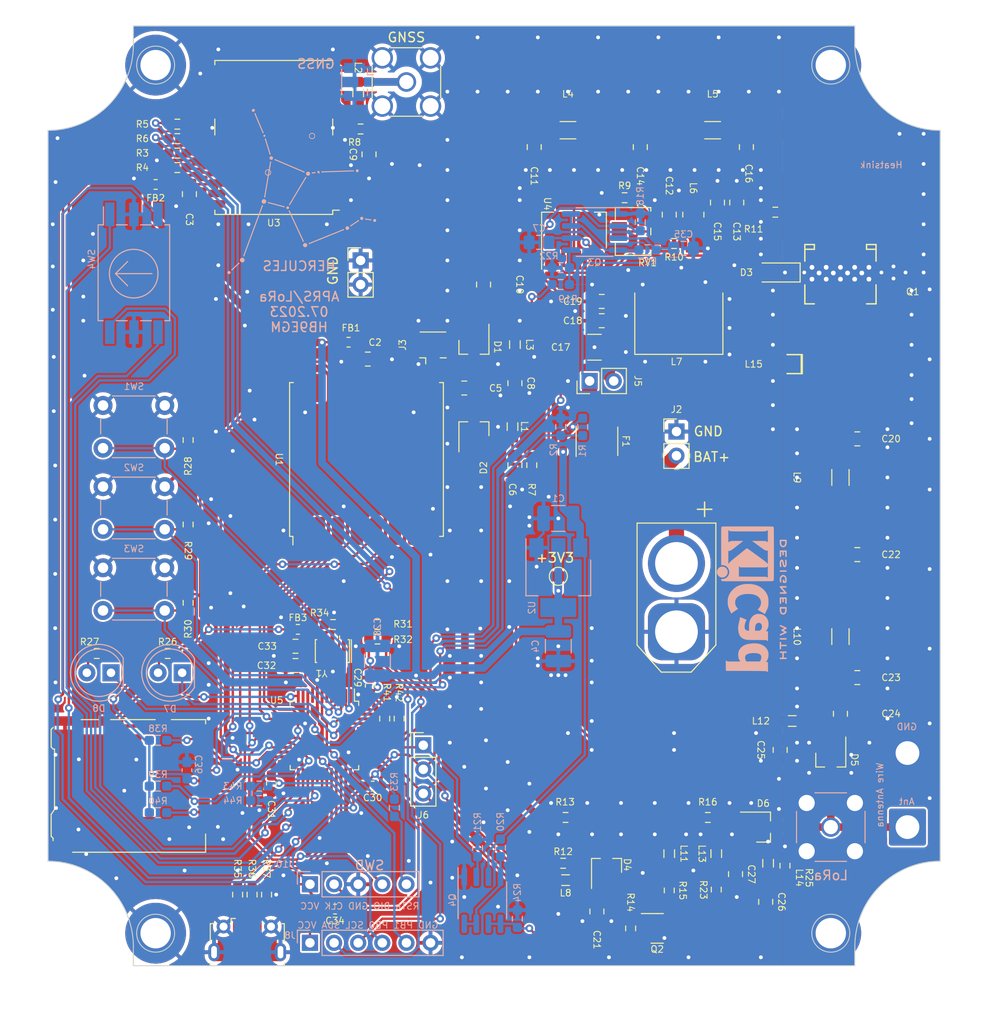
<source format=kicad_pcb>
(kicad_pcb (version 20221018) (generator pcbnew)

  (general
    (thickness 1.6)
  )

  (paper "A4")
  (title_block
    (title "Hercules")
    (date "2023-07-24")
    (rev "0")
    (company "HB9EGM")
    (comment 1 "LoRa GNSS Tracker with PA")
  )

  (layers
    (0 "F.Cu" signal)
    (31 "B.Cu" signal)
    (32 "B.Adhes" user "B.Adhesive")
    (33 "F.Adhes" user "F.Adhesive")
    (34 "B.Paste" user)
    (35 "F.Paste" user)
    (36 "B.SilkS" user "B.Silkscreen")
    (37 "F.SilkS" user "F.Silkscreen")
    (38 "B.Mask" user)
    (39 "F.Mask" user)
    (40 "Dwgs.User" user "User.Drawings")
    (41 "Cmts.User" user "User.Comments")
    (42 "Eco1.User" user "User.Eco1")
    (43 "Eco2.User" user "User.Eco2")
    (44 "Edge.Cuts" user)
    (45 "Margin" user)
    (46 "B.CrtYd" user "B.Courtyard")
    (47 "F.CrtYd" user "F.Courtyard")
    (48 "B.Fab" user)
    (49 "F.Fab" user)
    (50 "User.1" user)
    (51 "User.2" user)
    (52 "User.3" user)
    (53 "User.4" user)
    (54 "User.5" user)
    (55 "User.6" user)
    (56 "User.7" user)
    (57 "User.8" user)
    (58 "User.9" user)
  )

  (setup
    (stackup
      (layer "F.SilkS" (type "Top Silk Screen"))
      (layer "F.Paste" (type "Top Solder Paste"))
      (layer "F.Mask" (type "Top Solder Mask") (thickness 0.01))
      (layer "F.Cu" (type "copper") (thickness 0.035))
      (layer "dielectric 1" (type "core") (thickness 1.51) (material "FR4") (epsilon_r 4.5) (loss_tangent 0.02))
      (layer "B.Cu" (type "copper") (thickness 0.035))
      (layer "B.Mask" (type "Bottom Solder Mask") (thickness 0.01))
      (layer "B.Paste" (type "Bottom Solder Paste"))
      (layer "B.SilkS" (type "Bottom Silk Screen"))
      (copper_finish "None")
      (dielectric_constraints no)
    )
    (pad_to_mask_clearance 0)
    (pcbplotparams
      (layerselection 0x00010f0_ffffffff)
      (plot_on_all_layers_selection 0x0000000_00000000)
      (disableapertmacros false)
      (usegerberextensions false)
      (usegerberattributes true)
      (usegerberadvancedattributes true)
      (creategerberjobfile true)
      (dashed_line_dash_ratio 12.000000)
      (dashed_line_gap_ratio 3.000000)
      (svgprecision 4)
      (plotframeref false)
      (viasonmask false)
      (mode 1)
      (useauxorigin false)
      (hpglpennumber 1)
      (hpglpenspeed 20)
      (hpglpendiameter 15.000000)
      (dxfpolygonmode true)
      (dxfimperialunits true)
      (dxfusepcbnewfont true)
      (psnegative false)
      (psa4output false)
      (plotreference true)
      (plotvalue true)
      (plotinvisibletext false)
      (sketchpadsonfab false)
      (subtractmaskfromsilk false)
      (outputformat 5)
      (mirror false)
      (drillshape 0)
      (scaleselection 1)
      (outputdirectory "out")
    )
  )

  (net 0 "")
  (net 1 "+BATT")
  (net 2 "GND")
  (net 3 "Net-(U1-3.3V)")
  (net 4 "Net-(U3-VCC)")
  (net 5 "+3V3")
  (net 6 "Net-(D1-K)")
  (net 7 "Net-(J3-In)")
  (net 8 "Net-(C6-Pad1)")
  (net 9 "/GATE_SUPPLY")
  (net 10 "/PIN_TX")
  (net 11 "Net-(C9-Pad2)")
  (net 12 "Net-(C10-Pad1)")
  (net 13 "Net-(D1-A)")
  (net 14 "Net-(C12-Pad1)")
  (net 15 "Net-(C13-Pad2)")
  (net 16 "Net-(C14-Pad1)")
  (net 17 "Net-(Q1-G)")
  (net 18 "Net-(J5-Pin_2)")
  (net 19 "Net-(Q1-D)")
  (net 20 "Net-(D4-A)")
  (net 21 "Net-(C22-Pad1)")
  (net 22 "Net-(C23-Pad1)")
  (net 23 "Net-(D5-A)")
  (net 24 "Net-(C26-Pad1)")
  (net 25 "/PIN_RX")
  (net 26 "Net-(U5-VDDA)")
  (net 27 "unconnected-(D1-NC-Pad2)")
  (net 28 "Net-(D2-A)")
  (net 29 "unconnected-(D2-NC-Pad2)")
  (net 30 "Net-(D3-A)")
  (net 31 "unconnected-(D4-NC-Pad2)")
  (net 32 "Net-(D4-K)")
  (net 33 "unconnected-(D5-NC-Pad2)")
  (net 34 "Net-(D5-K)")
  (net 35 "Net-(D6-A)")
  (net 36 "unconnected-(D6-NC-Pad2)")
  (net 37 "/Control/LED_TXn")
  (net 38 "Net-(D7-A)")
  (net 39 "/Control/STATUSn")
  (net 40 "Net-(D8-A)")
  (net 41 "/BAT+")
  (net 42 "/EN_RX")
  (net 43 "unconnected-(J9-VBUS-Pad1)")
  (net 44 "/Control/USB_DM")
  (net 45 "/Control/USB_DP")
  (net 46 "unconnected-(J9-ID-Pad4)")
  (net 47 "/Control/SWCLK")
  (net 48 "/Control/SWDIO")
  (net 49 "/Control/RESETn")
  (net 50 "Net-(J11-DAT2)")
  (net 51 "/Control/SD_SSn")
  (net 52 "/Control/SPI1_MOSI")
  (net 53 "/Control/SPI1_SCK")
  (net 54 "/Control/SPI1_MISO")
  (net 55 "Net-(J11-DAT1)")
  (net 56 "unconnected-(J11-DET_B-Pad9)")
  (net 57 "/Control/SD_DET")
  (net 58 "Net-(J13-In)")
  (net 59 "Net-(L8-Pad2)")
  (net 60 "Net-(L11-Pad2)")
  (net 61 "Net-(Q2-B)")
  (net 62 "Net-(Q2-C)")
  (net 63 "/EN_PA")
  (net 64 "Net-(Q3B-G)")
  (net 65 "Net-(Q4B-G)")
  (net 66 "Net-(Q4B-D-Pad5)")
  (net 67 "/Control/BAT_MEAS")
  (net 68 "Net-(U3-TXD{slash}SPI_MISO)")
  (net 69 "/Control/USART1_RX")
  (net 70 "Net-(U3-RXD{slash}SPI_MOSI)")
  (net 71 "/Control/USART1_TX")
  (net 72 "Net-(U3-SDA{slash}~{SPI_CS})")
  (net 73 "/Control/SDA")
  (net 74 "Net-(U3-SCL{slash}SPI_CLK)")
  (net 75 "/Control/SCL")
  (net 76 "Net-(U3-VCC_RF)")
  (net 77 "Net-(R9-Pad1)")
  (net 78 "Net-(U4-VO)")
  (net 79 "Net-(R10-Pad2)")
  (net 80 "/Control/BTN1n")
  (net 81 "/Control/BTN2n")
  (net 82 "/Control/BTN3n")
  (net 83 "/Control/XTAL1")
  (net 84 "/Control/XTAL2")
  (net 85 "Net-(U5-PA11)")
  (net 86 "Net-(U5-PA12)")
  (net 87 "/Control/BOOT0")
  (net 88 "/Control/BOOT1")
  (net 89 "unconnected-(U3-~{SAFEBOOT}-Pad1)")
  (net 90 "unconnected-(U3-D_SEL-Pad2)")
  (net 91 "unconnected-(U3-TIMEPULSE-Pad3)")
  (net 92 "unconnected-(U3-EXTINT-Pad4)")
  (net 93 "unconnected-(U3-USB_DM-Pad5)")
  (net 94 "unconnected-(U3-USB_DP-Pad6)")
  (net 95 "unconnected-(U3-~{RESET}-Pad8)")
  (net 96 "unconnected-(U3-LNA_EN-Pad14)")
  (net 97 "unconnected-(U3-RESERVED-Pad15)")
  (net 98 "unconnected-(U3-RESERVED-Pad16)")
  (net 99 "unconnected-(U3-RESERVED-Pad17)")
  (net 100 "unconnected-(U5-VBAT-Pad1)")
  (net 101 "unconnected-(U5-PA1-Pad11)")
  (net 102 "/Control/SPI1_SSn")
  (net 103 "/Control/PB0")
  (net 104 "/Control/PB1")
  (net 105 "/Control/DIO0")
  (net 106 "/Control/LORA_RESET")
  (net 107 "Net-(SW4-D0)")
  (net 108 "Net-(SW4-D1)")
  (net 109 "Net-(SW4-D2)")
  (net 110 "Net-(SW4-D3)")
  (net 111 "unconnected-(U5-PA8-Pad29)")
  (net 112 "unconnected-(U5-PA15-Pad38)")
  (net 113 "unconnected-(U5-PB5-Pad41)")
  (net 114 "unconnected-(U1-DIO5-Pad7)")
  (net 115 "unconnected-(U1-DIO3-Pad11)")
  (net 116 "unconnected-(U1-DIO4-Pad12)")
  (net 117 "unconnected-(U1-DIO1-Pad15)")
  (net 118 "unconnected-(U1-DIO2-Pad16)")
  (net 119 "Net-(L15-Pad2)")

  (footprint "Package_TO_SOT_SMD:SOT-23" (layer "F.Cu") (at 154.178 163.068))

  (footprint "Resistor_SMD:R_0603_1608Metric_Pad0.98x0.95mm_HandSolder" (layer "F.Cu") (at 95.1415 134.112 180))

  (footprint "Capacitor_SMD:C_0805_2012Metric_Pad1.18x1.45mm_HandSolder" (layer "F.Cu") (at 173.482 140.462 90))

  (footprint "Capacitor_SMD:C_0805_2012Metric_Pad1.18x1.45mm_HandSolder" (layer "F.Cu") (at 123.698 103.1025 180))

  (footprint "Capacitor_SMD:C_0805_2012Metric_Pad1.18x1.45mm_HandSolder" (layer "F.Cu") (at 116.078 135.382))

  (footprint "Package_TO_SOT_SMD:SOT-223-3_TabPin2" (layer "F.Cu") (at 145.415 89.535 90))

  (footprint "Resistor_SMD:R_0603_1608Metric_Pad0.98x0.95mm_HandSolder" (layer "F.Cu") (at 144.272 156.21 180))

  (footprint "mpb:Fuse_MF_SMDF150" (layer "F.Cu") (at 147.828 111.76 90))

  (footprint "Package_TO_SOT_SMD:SOT-23_Handsoldering" (layer "F.Cu") (at 134.874 110.4685 90))

  (footprint "Package_TO_SOT_SMD:SOT-23_Handsoldering" (layer "F.Cu") (at 165.354 152.4))

  (footprint "Resistor_SMD:R_0603_1608Metric_Pad0.98x0.95mm_HandSolder" (layer "F.Cu") (at 120.0385 131.064 180))

  (footprint "Resistor_SMD:R_0603_1608Metric_Pad0.98x0.95mm_HandSolder" (layer "F.Cu") (at 104.77 120.523 90))

  (footprint "Resistor_SMD:R_0603_1608Metric_Pad0.98x0.95mm_HandSolder" (layer "F.Cu") (at 124.714 132.588))

  (footprint "Inductor_SMD:L_0805_2012Metric_Pad1.05x1.20mm_HandSolder" (layer "F.Cu") (at 168.402 141.224 180))

  (footprint "Connector_PinHeader_2.54mm:PinHeader_1x02_P2.54mm_Vertical" (layer "F.Cu") (at 147.061 105.41 90))

  (footprint "Crystal:Resonator_SMD_Murata_CSTxExxV-3Pin_3.0x1.1mm_HandSoldering" (layer "F.Cu") (at 119.9685 133.858 180))

  (footprint "Resistor_SMD:R_0603_1608Metric_Pad0.98x0.95mm_HandSolder" (layer "F.Cu") (at 104.77 128.778 90))

  (footprint "Resistor_SMD:R_0603_1608Metric_Pad0.98x0.95mm_HandSolder" (layer "F.Cu") (at 109.982 159.512 90))

  (footprint "Capacitor_SMD:C_0805_2012Metric_Pad1.18x1.45mm_HandSolder" (layer "F.Cu") (at 167.132 144.272 -90))

  (footprint "Inductor_SMD:L_0805_2012Metric_Pad1.05x1.20mm_HandSolder" (layer "F.Cu") (at 144.526 157.988 180))

  (footprint "Capacitor_SMD:C_0805_2012Metric_Pad1.18x1.45mm_HandSolder" (layer "F.Cu") (at 165.608 160.274 -90))

  (footprint "Resistor_SMD:R_0603_1608Metric_Pad0.98x0.95mm_HandSolder" (layer "F.Cu") (at 104.77 111.633 90))

  (footprint "RF_GPS:ublox_NEO" (layer "F.Cu") (at 113.792 79.756 180))

  (footprint "Resistor_SMD:R_0603_1608Metric_Pad0.98x0.95mm_HandSolder" (layer "F.Cu") (at 103.632 81.407 180))

  (footprint "Inductor_SMD:L_0603_1608Metric_Pad1.05x0.95mm_HandSolder" (layer "F.Cu") (at 121.666 101.3245 180))

  (footprint "Connector_PinHeader_2.54mm:PinHeader_1x02_P2.54mm_Vertical" (layer "F.Cu") (at 122.936 92.71))

  (footprint "Inductor_SMD:L_1008_2520Metric_Pad1.43x2.20mm_HandSolder" (layer "F.Cu") (at 157.988 87.884 -90))

  (footprint "Resistor_SMD:R_0603_1608Metric_Pad0.98x0.95mm_HandSolder" (layer "F.Cu") (at 151.384 163.068 90))

  (footprint "Capacitor_SMD:C_0805_2012Metric_Pad1.18x1.45mm_HandSolder" (layer "F.Cu") (at 123.825 81.534 90))

  (footprint "Connector_AMASS:AMASS_XT60-M_1x02_P7.20mm_Vertical" (layer "F.Cu") (at 156.21 131.826 90))

  (footprint "Resistor_SMD:R_0603_1608Metric_Pad0.98x0.95mm_HandSolder" (layer "F.Cu") (at 160.401 158.9805 -90))

  (footprint "Resistor_SMD:R_0603_1608Metric_Pad0.98x0.95mm_HandSolder" (layer "F.Cu") (at 124.714 131.064))

  (footprint "MountingHole:MountingHole_3.2mm_M3_Pad" (layer "F.Cu") (at 101.346 163.576))

  (footprint "MountingHole:MountingHole_3.2mm_M3_Pad" (layer "F.Cu") (at 172.466 72.136))

  (footprint "Connector_Coaxial:U.FL_Hirose_U.FL-R-SMT-1_Vertical" (layer "F.Cu") (at 130.556 102.0865 90))

  (footprint "Resistor_SMD:R_0603_1608Metric_Pad0.98x0.95mm_HandSolder" (layer "F.Cu") (at 125.476 140.97 -90))

  (footprint "Capacitor_SMD:C_0805_2012Metric_Pad1.18x1.45mm_HandSolder" (layer "F.Cu") (at 135.89 95.25 -90))

  (footprint "Capacitor_SMD:C_0805_2012Metric_Pad1.18x1.45mm_HandSolder" (layer "F.Cu") (at 141.224 80.772 -90))

  (footprint "Connector_PinHeader_2.54mm:PinHeader_1x03_P2.54mm_Vertical" (layer "F.Cu") (at 129.54 143.779))

  (footprint "Capacitor_SMD:C_0805_2012Metric_Pad1.18x1.45mm_HandSolder" (layer "F.Cu") (at 175.26 136.652))

  (footprint "Connector_Coaxial:SMA_Amphenol_132291_Vertical" (layer "F.Cu") (at 127.762 73.914))

  (footprint "Capacitor_SMD:C_0805_2012Metric_Pad1.18x1.45mm_HandSolder" (layer "F.Cu") (at 139.192 105.6425 -90))

  (footprint "Capacitor_SMD:C_0805_2012Metric_Pad1.18x1.45mm_HandSolder" (layer "F.Cu") (at 162.56 86.614 -90))

  (footprint "Resistor_SMD:R_0603_1608Metric_Pad0.98x0.95mm_HandSolder" (layer "F.Cu") (at 155.448 159.07 -90))

  (footprint "Package_TO_SOT_SMD:SOT-23_Handsoldering" (layer "F.Cu") (at 148.844 156.464 90))

  (footprint "mpb:L_Coilcraft_1812SMS" (layer "F.Cu") (at 156.21 99.314 90))

  (footprint "Capacitor_SMD:C_0805_2012Metric_Pad1.18x1.45mm_HandSolder" (layer "F.Cu") (at 147.828 161.29 -90))

  (footprint "Resistor_SMD:R_0603_1608Metric_Pad0.98x0.95mm_HandSolder" (layer "F.Cu") (at 159.512 151.384 180))

  (footprint "Capacitor_SMD:C_0805_2012Metric_Pad1.18x1.45mm_HandSolder" (layer "F.Cu") (at 148.336 99.06 180))

  (footprint "Capacitor_SMD:C_0603_1608Metric_Pad1.08x0.95mm_HandSolder" (layer "F.Cu") (at 123.952 137.5145 90))

  (footprint "Capacitor_SMD:C_0805_2012Metric_Pad1.18x1.45mm_HandSolder" (layer "F.Cu")
    (tstamp 760ccdd2-928f-44d0-9b74-a2119bc5982a)
    (at 175.26 123.698)
    (descr "Capacitor SMD 0805 (2012 Metric), square (rectangular) end terminal, IPC_7351 nominal with elongated pad for handsoldering. (Body size source: IPC-SM-782 page 76, https://www.pcb-3d.com/wordpress/wp-content/uploads/ipc-sm-782a_amendment_1_and_2.pdf, https://docs.google.com/spreadsheets/d/1BsfQQcO9C6DZCsRaXUlFlo91Tg2WpOkGARC1WS5S8t0/edit?usp=sharing), generated with kicad-footprint-generator")
    (tags "capacitor handsolder")
    (property "MPN" "")
    (property "Need_order" "")
    (property "Sheetfile" "tracker-kicad.kicad_sch")
    (property "Sheetname" "")
    (property "ki_description" "Unpolarized capacitor, small symbol")
    (property "ki_keywords" "capacitor cap")
    (path "/98aac2c3-ee76-4280-aac9-39e1d85593d5")
    (attr smd)
    (fp_text reference "C22" (at 3.556 0 unlocked) (layer "F.SilkS")
        (effects (font (size 0.7 0.7) (thickness 0.1)))
      (tstamp 43950934-fef9-4123-8161-04845cc1592d)
    )
    (fp_text value "18pF" (at 0 1.68) (layer "F.Fab")
        (effects (font (size 1 1) (thickness 0.15)))
      (tstamp 19d8c720-1847-42f7-92a0-fe32e5d3c882)
    )
    (fp_text user "${REFERENCE}" (at 0 0) (layer "F.Fab")
        (effects (font (size 0.5 0.5) (thickness 0.08)))
      (tstamp 233f7db1-5636-49aa-8e4f-9ed476f80c96)
    )
    (fp_line (start -0.261252 -0.735) (end 0.261252 -0.735)
      (stroke (width 0.12) (type solid)) (layer "F.SilkS") (tstamp 8a01fbf4-4e35-4d78-a7c1-d337363a5c8b))
    (fp_line (start -0.261252 0.735) (end 0.261252 0.735)
      (stroke (width 0.12) (type solid)) (layer "F.SilkS") (tstamp e06a6a4c-a2c9-495e-b1c2-6f404c4645a1))
    (fp_line (start -1.88 -0.98) (end 1.88 -0.98)
      (stroke (width 0.05) (type solid)) (layer "F.CrtYd") (tstamp 778a4890-85c0-4c07-ac1d-5778b805be1a))
    (fp_line (start -1.88 0.98) (end -1.88 -0.98)
      (stroke (width 0.05) (type solid)) (layer "F.CrtYd") (tstamp 297265da-e18c-482e-98d0-5770cc067aed))
    (fp_line (start 1.88 -0.98) (end 1.88 0.98)
      (stroke (width 0.05) (type solid)) (layer "F.CrtYd") (tstamp 953d2572-209b-47cf-bfa1-a2134b07f1ff))
    (fp_line (start 1.88 0.98) (end -1.88 0.98)
      (stroke (width 0.05) (type solid)) (layer "F.CrtYd") (tstamp 7eafb741-ba03-479e-b8d8-215d77652edf))
    (fp_line (start -1 -0.625) (end 1 -0.625)
      (stroke (width 0.1) (type solid)) (layer "F.Fab") (tstamp 670a32bb-8804-4147-a4d5-2ff3837cf29f))
    (fp_line (start -1 0.625) (end -1 -0.625)
      (stroke (width 0.1) (type solid)) (layer "F.Fab") (tstamp f321921b-ede6-475a-b693-0d0347ccf493))
    (fp_line (start 1 -0.625) (end 1 0.625)
      (stroke (width 0.1) (type solid)) (layer "F.Fab") (tstamp ef85d0a1-0376-4ce7-a659-bc9e3ef1d23e))
    (fp_line (start 1 0.625) (end -1 0.625)
      (stroke (width 0.1) (type solid)) (layer "F.Fab") (tstamp 9340f23a-f874
... [1672322 chars truncated]
</source>
